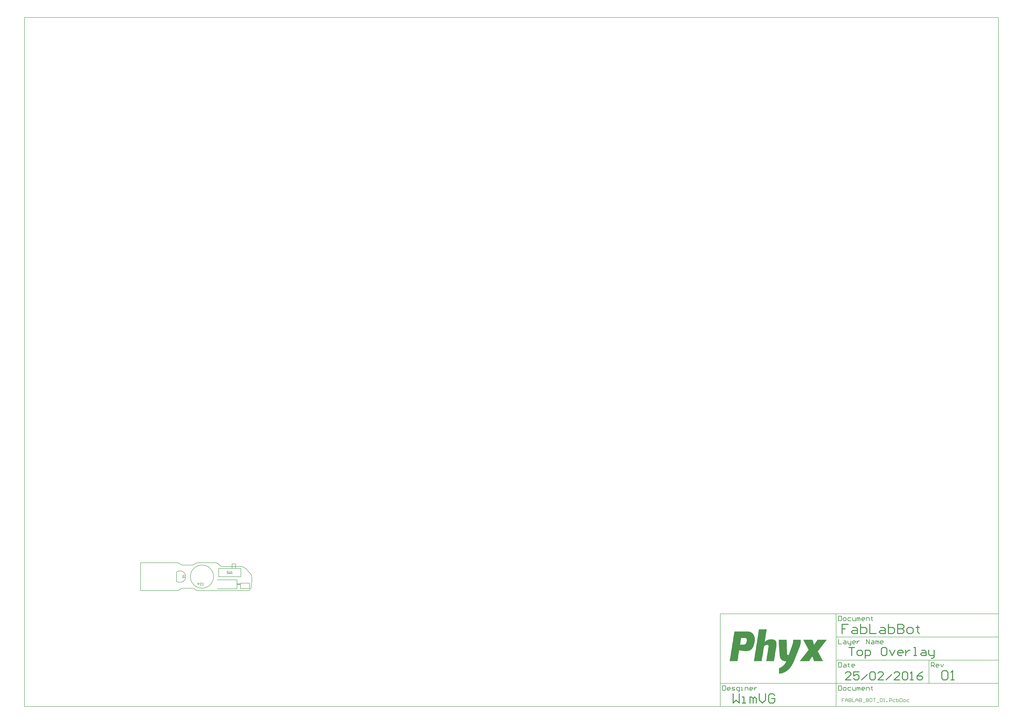
<source format=gto>
G04 Layer_Color=65535*
%FSLAX25Y25*%
%MOIN*%
G70*
G01*
G75*
%ADD12C,0.01575*%
%ADD13C,0.00787*%
%ADD14C,0.00984*%
%ADD24C,0.00591*%
G36*
X1121080Y-83717D02*
Y-84003D01*
Y-84290D01*
Y-84576D01*
Y-84862D01*
Y-85149D01*
Y-85435D01*
Y-85721D01*
Y-86007D01*
Y-86294D01*
Y-86580D01*
Y-86866D01*
Y-87153D01*
Y-87439D01*
Y-87725D01*
Y-88012D01*
Y-88298D01*
Y-88584D01*
Y-88871D01*
Y-89157D01*
Y-89443D01*
X1120793D01*
Y-89730D01*
Y-90016D01*
Y-90302D01*
Y-90588D01*
Y-90875D01*
X1120507D01*
Y-91161D01*
Y-91448D01*
Y-91734D01*
Y-92020D01*
X1120221D01*
Y-92306D01*
Y-92593D01*
Y-92879D01*
Y-93165D01*
X1119934D01*
Y-93452D01*
Y-93738D01*
Y-94024D01*
X1119648D01*
Y-94311D01*
Y-94597D01*
Y-94883D01*
X1119362D01*
Y-95170D01*
Y-95456D01*
Y-95742D01*
X1119075D01*
Y-96029D01*
Y-96315D01*
Y-96601D01*
X1118789D01*
Y-96887D01*
Y-97174D01*
X1118503D01*
Y-97460D01*
Y-97746D01*
X1118217D01*
Y-98033D01*
Y-98319D01*
Y-98605D01*
X1117930D01*
Y-98892D01*
Y-99178D01*
X1117644D01*
Y-99464D01*
Y-99751D01*
Y-100037D01*
X1117358D01*
Y-100323D01*
Y-100610D01*
X1117071D01*
Y-100896D01*
Y-101182D01*
Y-101468D01*
X1116785D01*
Y-101755D01*
Y-102041D01*
X1116499D01*
Y-102327D01*
Y-102614D01*
Y-102900D01*
X1116212D01*
Y-103186D01*
Y-103473D01*
X1115926D01*
Y-103759D01*
Y-104045D01*
Y-104332D01*
X1115640D01*
Y-104618D01*
Y-104904D01*
X1115353D01*
Y-105191D01*
Y-105477D01*
Y-105763D01*
X1115067D01*
Y-106049D01*
Y-106336D01*
X1114781D01*
Y-106622D01*
Y-106908D01*
Y-107195D01*
X1114494D01*
Y-107481D01*
Y-107767D01*
X1114208D01*
Y-108054D01*
Y-108340D01*
Y-108626D01*
X1113922D01*
Y-108913D01*
Y-109199D01*
X1113636D01*
Y-109485D01*
Y-109772D01*
Y-110058D01*
X1113349D01*
Y-110344D01*
Y-110630D01*
X1113063D01*
Y-110917D01*
Y-111203D01*
Y-111489D01*
X1112776D01*
Y-111776D01*
Y-112062D01*
X1112490D01*
Y-112348D01*
Y-112635D01*
Y-112921D01*
X1112204D01*
Y-113207D01*
Y-113494D01*
X1111918D01*
Y-113780D01*
Y-114066D01*
Y-114353D01*
X1111631D01*
Y-114639D01*
Y-114925D01*
X1111345D01*
Y-115211D01*
Y-115498D01*
Y-115784D01*
X1111059D01*
Y-116070D01*
Y-116357D01*
X1110772D01*
Y-116643D01*
Y-116929D01*
Y-117216D01*
X1110486D01*
Y-117502D01*
Y-117788D01*
X1110200D01*
Y-118075D01*
Y-118361D01*
Y-118647D01*
X1109913D01*
Y-118933D01*
Y-119220D01*
X1109627D01*
Y-119506D01*
Y-119792D01*
Y-120079D01*
X1109341D01*
Y-120365D01*
Y-120651D01*
X1109054D01*
Y-120938D01*
Y-121224D01*
X1108768D01*
Y-121510D01*
Y-121797D01*
X1108482D01*
Y-122083D01*
Y-122369D01*
Y-122656D01*
X1108195D01*
Y-122942D01*
X1107909D01*
Y-123228D01*
Y-123514D01*
Y-123801D01*
X1107623D01*
Y-124087D01*
X1107337D01*
Y-124373D01*
Y-124660D01*
X1107050D01*
Y-124946D01*
Y-125232D01*
X1106764D01*
Y-125519D01*
Y-125805D01*
X1106478D01*
Y-126091D01*
Y-126378D01*
X1106191D01*
Y-126664D01*
X1105905D01*
Y-126950D01*
Y-127237D01*
X1105619D01*
Y-127523D01*
Y-127809D01*
X1105332D01*
Y-128095D01*
X1105046D01*
Y-128382D01*
X1104760D01*
Y-128668D01*
Y-128954D01*
X1104473D01*
Y-129241D01*
X1104187D01*
Y-129527D01*
Y-129813D01*
X1103901D01*
Y-130100D01*
X1103615D01*
Y-130386D01*
X1103328D01*
Y-130672D01*
Y-130959D01*
X1103042D01*
Y-131245D01*
X1102756D01*
Y-131531D01*
X1102469D01*
Y-131818D01*
X1102183D01*
Y-132104D01*
X1101897D01*
Y-132390D01*
Y-132676D01*
X1101610D01*
Y-132963D01*
X1101324D01*
Y-133249D01*
X1101038D01*
Y-133535D01*
X1100751D01*
Y-133822D01*
X1100465D01*
Y-134108D01*
X1100179D01*
Y-134394D01*
X1099892D01*
Y-134681D01*
X1099320D01*
Y-134967D01*
X1099034D01*
Y-135253D01*
X1098747D01*
Y-135540D01*
X1098461D01*
Y-135826D01*
X1098175D01*
Y-136112D01*
X1097602D01*
Y-136399D01*
X1097316D01*
Y-136685D01*
X1096743D01*
Y-136971D01*
X1096457D01*
Y-137258D01*
X1095884D01*
Y-137544D01*
X1095598D01*
Y-137830D01*
X1095025D01*
Y-138117D01*
X1094452D01*
Y-138403D01*
X1093880D01*
Y-138689D01*
X1093307D01*
Y-138975D01*
X1092735D01*
Y-139262D01*
X1091876D01*
Y-139548D01*
X1091303D01*
Y-139834D01*
X1090444D01*
Y-140121D01*
X1089299D01*
Y-140407D01*
X1088154D01*
Y-140693D01*
X1086436D01*
Y-140980D01*
X1084432D01*
Y-141266D01*
X1084145D01*
Y-140980D01*
Y-140693D01*
Y-140407D01*
Y-140121D01*
Y-139834D01*
Y-139548D01*
Y-139262D01*
Y-138975D01*
Y-138689D01*
Y-138403D01*
Y-138117D01*
Y-137830D01*
Y-137544D01*
Y-137258D01*
Y-136971D01*
Y-136685D01*
Y-136399D01*
Y-136112D01*
Y-135826D01*
Y-135540D01*
Y-135253D01*
Y-134967D01*
Y-134681D01*
Y-134394D01*
Y-134108D01*
Y-133822D01*
Y-133535D01*
Y-133249D01*
Y-132963D01*
Y-132676D01*
Y-132390D01*
Y-132104D01*
Y-131818D01*
X1084718D01*
Y-131531D01*
X1085291D01*
Y-131245D01*
X1085863D01*
Y-130959D01*
X1086436D01*
Y-130672D01*
X1087008D01*
Y-130386D01*
X1087581D01*
Y-130100D01*
X1087867D01*
Y-129813D01*
X1088440D01*
Y-129527D01*
X1088726D01*
Y-129241D01*
X1089299D01*
Y-128954D01*
X1089585D01*
Y-128668D01*
X1089872D01*
Y-128382D01*
X1090444D01*
Y-128095D01*
X1090730D01*
Y-127809D01*
X1091017D01*
Y-127523D01*
X1091303D01*
Y-127237D01*
X1091589D01*
Y-126950D01*
X1091876D01*
Y-126664D01*
X1092162D01*
Y-126378D01*
X1092448D01*
Y-126091D01*
X1092735D01*
Y-125805D01*
X1093021D01*
Y-125519D01*
X1093307D01*
Y-125232D01*
X1093594D01*
Y-124946D01*
Y-124660D01*
X1093880D01*
Y-124373D01*
X1094166D01*
Y-124087D01*
X1094452D01*
Y-123801D01*
Y-123514D01*
X1094739D01*
Y-123228D01*
X1095025D01*
Y-122942D01*
Y-122656D01*
X1095311D01*
Y-122369D01*
Y-122083D01*
X1095598D01*
Y-121797D01*
X1095884D01*
Y-121510D01*
Y-121224D01*
X1096170D01*
Y-120938D01*
Y-120651D01*
X1096457D01*
Y-120365D01*
Y-120079D01*
X1094739D01*
Y-119792D01*
X1092735D01*
Y-119506D01*
X1091589D01*
Y-119220D01*
X1091017D01*
Y-118933D01*
X1090158D01*
Y-118647D01*
X1089585D01*
Y-118361D01*
X1089299D01*
Y-118075D01*
X1088726D01*
Y-117788D01*
X1088440D01*
Y-117502D01*
X1088154D01*
Y-117216D01*
X1087867D01*
Y-116929D01*
X1087581D01*
Y-116643D01*
X1087295D01*
Y-116357D01*
Y-116070D01*
X1087008D01*
Y-115784D01*
X1086722D01*
Y-115498D01*
Y-115211D01*
X1086436D01*
Y-114925D01*
Y-114639D01*
X1086149D01*
Y-114353D01*
Y-114066D01*
X1085863D01*
Y-113780D01*
Y-113494D01*
Y-113207D01*
X1085577D01*
Y-112921D01*
Y-112635D01*
Y-112348D01*
Y-112062D01*
X1085291D01*
Y-111776D01*
Y-111489D01*
Y-111203D01*
Y-110917D01*
Y-110630D01*
Y-110344D01*
Y-110058D01*
X1085004D01*
Y-109772D01*
Y-109485D01*
Y-109199D01*
Y-108913D01*
Y-108626D01*
Y-108340D01*
Y-108054D01*
Y-107767D01*
Y-107481D01*
Y-107195D01*
Y-106908D01*
Y-106622D01*
Y-106336D01*
Y-106049D01*
Y-105763D01*
X1084718D01*
Y-105477D01*
Y-105191D01*
Y-104904D01*
Y-104618D01*
Y-104332D01*
Y-104045D01*
Y-103759D01*
Y-103473D01*
Y-103186D01*
Y-102900D01*
Y-102614D01*
Y-102327D01*
Y-102041D01*
Y-101755D01*
Y-101468D01*
X1084432D01*
Y-101182D01*
Y-100896D01*
Y-100610D01*
Y-100323D01*
Y-100037D01*
Y-99751D01*
Y-99464D01*
Y-99178D01*
Y-98892D01*
Y-98605D01*
Y-98319D01*
Y-98033D01*
Y-97746D01*
Y-97460D01*
Y-97174D01*
Y-96887D01*
X1084145D01*
Y-96601D01*
Y-96315D01*
Y-96029D01*
Y-95742D01*
Y-95456D01*
Y-95170D01*
Y-94883D01*
Y-94597D01*
Y-94311D01*
Y-94024D01*
Y-93738D01*
Y-93452D01*
Y-93165D01*
Y-92879D01*
Y-92593D01*
Y-92306D01*
X1083859D01*
Y-92020D01*
Y-91734D01*
Y-91448D01*
Y-91161D01*
Y-90875D01*
Y-90588D01*
Y-90302D01*
Y-90016D01*
Y-89730D01*
Y-89443D01*
Y-89157D01*
Y-88871D01*
Y-88584D01*
Y-88298D01*
X1083573D01*
Y-88012D01*
Y-87725D01*
Y-87439D01*
Y-87153D01*
Y-86866D01*
Y-86580D01*
Y-86294D01*
Y-86007D01*
Y-85721D01*
Y-85435D01*
Y-85149D01*
Y-84862D01*
Y-84576D01*
Y-84290D01*
Y-84003D01*
Y-83717D01*
X1083286D01*
Y-83431D01*
X1097029D01*
Y-83717D01*
Y-84003D01*
Y-84290D01*
Y-84576D01*
Y-84862D01*
Y-85149D01*
Y-85435D01*
Y-85721D01*
Y-86007D01*
Y-86294D01*
Y-86580D01*
Y-86866D01*
Y-87153D01*
Y-87439D01*
X1097316D01*
Y-87725D01*
Y-88012D01*
Y-88298D01*
Y-88584D01*
Y-88871D01*
Y-89157D01*
Y-89443D01*
Y-89730D01*
Y-90016D01*
Y-90302D01*
Y-90588D01*
Y-90875D01*
Y-91161D01*
Y-91448D01*
Y-91734D01*
Y-92020D01*
Y-92306D01*
Y-92593D01*
Y-92879D01*
Y-93165D01*
Y-93452D01*
Y-93738D01*
Y-94024D01*
Y-94311D01*
Y-94597D01*
Y-94883D01*
Y-95170D01*
Y-95456D01*
Y-95742D01*
Y-96029D01*
Y-96315D01*
Y-96601D01*
Y-96887D01*
Y-97174D01*
Y-97460D01*
Y-97746D01*
Y-98033D01*
Y-98319D01*
Y-98605D01*
Y-98892D01*
Y-99178D01*
X1097602D01*
Y-99464D01*
X1097316D01*
Y-99751D01*
Y-100037D01*
X1097602D01*
Y-100323D01*
Y-100610D01*
Y-100896D01*
Y-101182D01*
Y-101468D01*
Y-101755D01*
Y-102041D01*
Y-102327D01*
Y-102614D01*
Y-102900D01*
Y-103186D01*
Y-103473D01*
Y-103759D01*
Y-104045D01*
Y-104332D01*
Y-104618D01*
Y-104904D01*
Y-105191D01*
Y-105477D01*
Y-105763D01*
Y-106049D01*
Y-106336D01*
Y-106622D01*
Y-106908D01*
Y-107195D01*
Y-107481D01*
X1097888D01*
Y-107767D01*
Y-108054D01*
Y-108340D01*
X1098175D01*
Y-108626D01*
X1098461D01*
Y-108913D01*
X1098747D01*
Y-109199D01*
X1099606D01*
Y-109485D01*
X1100465D01*
Y-109199D01*
X1100751D01*
Y-108913D01*
Y-108626D01*
Y-108340D01*
X1101038D01*
Y-108054D01*
Y-107767D01*
X1101324D01*
Y-107481D01*
Y-107195D01*
Y-106908D01*
X1101610D01*
Y-106622D01*
Y-106336D01*
Y-106049D01*
X1101897D01*
Y-105763D01*
Y-105477D01*
Y-105191D01*
X1102183D01*
Y-104904D01*
Y-104618D01*
Y-104332D01*
X1102469D01*
Y-104045D01*
Y-103759D01*
X1102756D01*
Y-103473D01*
Y-103186D01*
Y-102900D01*
X1103042D01*
Y-102614D01*
Y-102327D01*
Y-102041D01*
X1103328D01*
Y-101755D01*
Y-101468D01*
Y-101182D01*
X1103615D01*
Y-100896D01*
Y-100610D01*
X1103901D01*
Y-100323D01*
Y-100037D01*
Y-99751D01*
X1104187D01*
Y-99464D01*
Y-99178D01*
Y-98892D01*
X1104473D01*
Y-98605D01*
Y-98319D01*
Y-98033D01*
X1104760D01*
Y-97746D01*
Y-97460D01*
X1105046D01*
Y-97174D01*
Y-96887D01*
Y-96601D01*
X1105332D01*
Y-96315D01*
Y-96029D01*
Y-95742D01*
X1105619D01*
Y-95456D01*
Y-95170D01*
Y-94883D01*
X1105905D01*
Y-94597D01*
Y-94311D01*
X1106191D01*
Y-94024D01*
Y-93738D01*
Y-93452D01*
X1106478D01*
Y-93165D01*
Y-92879D01*
Y-92593D01*
X1106764D01*
Y-92306D01*
Y-92020D01*
Y-91734D01*
X1107050D01*
Y-91448D01*
Y-91161D01*
Y-90875D01*
Y-90588D01*
X1107337D01*
Y-90302D01*
Y-90016D01*
Y-89730D01*
Y-89443D01*
X1107623D01*
Y-89157D01*
Y-88871D01*
Y-88584D01*
Y-88298D01*
Y-88012D01*
X1107909D01*
Y-87725D01*
Y-87439D01*
Y-87153D01*
Y-86866D01*
Y-86580D01*
Y-86294D01*
X1108195D01*
Y-86007D01*
Y-85721D01*
Y-85435D01*
Y-85149D01*
Y-84862D01*
Y-84576D01*
Y-84290D01*
Y-84003D01*
Y-83717D01*
Y-83431D01*
X1121080D01*
Y-83717D01*
D02*
G37*
G36*
X1063244Y-66252D02*
Y-66538D01*
X1062958D01*
Y-66825D01*
Y-67111D01*
Y-67397D01*
Y-67684D01*
Y-67970D01*
Y-68256D01*
X1062672D01*
Y-68542D01*
Y-68829D01*
Y-69115D01*
Y-69401D01*
Y-69688D01*
Y-69974D01*
X1062385D01*
Y-70260D01*
Y-70547D01*
Y-70833D01*
Y-71119D01*
Y-71406D01*
Y-71692D01*
Y-71978D01*
X1062099D01*
Y-72264D01*
Y-72551D01*
Y-72837D01*
Y-73123D01*
Y-73410D01*
Y-73696D01*
X1061813D01*
Y-73982D01*
Y-74269D01*
Y-74555D01*
Y-74841D01*
Y-75128D01*
Y-75414D01*
X1061526D01*
Y-75700D01*
Y-75987D01*
Y-76273D01*
Y-76559D01*
Y-76846D01*
Y-77132D01*
Y-77418D01*
X1061240D01*
Y-77704D01*
Y-77991D01*
Y-78277D01*
Y-78563D01*
Y-78850D01*
Y-79136D01*
X1060954D01*
Y-79422D01*
Y-79709D01*
Y-79995D01*
Y-80281D01*
Y-80568D01*
Y-80854D01*
X1060668D01*
Y-81140D01*
Y-81427D01*
Y-81713D01*
Y-81999D01*
Y-82285D01*
Y-82572D01*
X1060381D01*
Y-82858D01*
Y-83144D01*
Y-83431D01*
Y-83717D01*
Y-84003D01*
Y-84290D01*
Y-84576D01*
X1060095D01*
Y-84862D01*
Y-85149D01*
Y-85435D01*
Y-85721D01*
Y-86007D01*
Y-86294D01*
X1059809D01*
Y-86580D01*
Y-86866D01*
X1060381D01*
Y-86580D01*
X1060668D01*
Y-86294D01*
X1060954D01*
Y-86007D01*
X1061526D01*
Y-85721D01*
X1061813D01*
Y-85435D01*
X1062099D01*
Y-85149D01*
X1062672D01*
Y-84862D01*
X1063244D01*
Y-84576D01*
X1063531D01*
Y-84290D01*
X1064103D01*
Y-84003D01*
X1064962D01*
Y-83717D01*
X1065535D01*
Y-83431D01*
X1066394D01*
Y-83144D01*
X1067825D01*
Y-82858D01*
X1074124D01*
Y-83144D01*
X1075270D01*
Y-83431D01*
X1076128D01*
Y-83717D01*
X1076701D01*
Y-84003D01*
X1076987D01*
Y-84290D01*
X1077560D01*
Y-84576D01*
X1077846D01*
Y-84862D01*
X1078133D01*
Y-85149D01*
X1078419D01*
Y-85435D01*
X1078705D01*
Y-85721D01*
Y-86007D01*
X1078992D01*
Y-86294D01*
Y-86580D01*
X1079278D01*
Y-86866D01*
Y-87153D01*
Y-87439D01*
X1079564D01*
Y-87725D01*
Y-88012D01*
Y-88298D01*
Y-88584D01*
X1079850D01*
Y-88871D01*
Y-89157D01*
Y-89443D01*
Y-89730D01*
Y-90016D01*
Y-90302D01*
Y-90588D01*
Y-90875D01*
Y-91161D01*
Y-91448D01*
Y-91734D01*
Y-92020D01*
Y-92306D01*
Y-92593D01*
Y-92879D01*
Y-93165D01*
Y-93452D01*
Y-93738D01*
X1079564D01*
Y-94024D01*
Y-94311D01*
Y-94597D01*
Y-94883D01*
Y-95170D01*
Y-95456D01*
Y-95742D01*
X1079278D01*
Y-96029D01*
Y-96315D01*
Y-96601D01*
Y-96887D01*
Y-97174D01*
Y-97460D01*
Y-97746D01*
X1078992D01*
Y-98033D01*
Y-98319D01*
Y-98605D01*
Y-98892D01*
Y-99178D01*
Y-99464D01*
X1078705D01*
Y-99751D01*
Y-100037D01*
Y-100323D01*
Y-100610D01*
Y-100896D01*
Y-101182D01*
X1078419D01*
Y-101468D01*
Y-101755D01*
Y-102041D01*
Y-102327D01*
Y-102614D01*
Y-102900D01*
X1078133D01*
Y-103186D01*
Y-103473D01*
Y-103759D01*
Y-104045D01*
Y-104332D01*
Y-104618D01*
Y-104904D01*
X1077846D01*
Y-105191D01*
Y-105477D01*
Y-105763D01*
Y-106049D01*
Y-106336D01*
Y-106622D01*
X1077560D01*
Y-106908D01*
Y-107195D01*
Y-107481D01*
Y-107767D01*
Y-108054D01*
Y-108340D01*
X1077274D01*
Y-108626D01*
Y-108913D01*
Y-109199D01*
Y-109485D01*
Y-109772D01*
Y-110058D01*
Y-110344D01*
X1076987D01*
Y-110630D01*
Y-110917D01*
Y-111203D01*
Y-111489D01*
Y-111776D01*
Y-112062D01*
X1076701D01*
Y-112348D01*
Y-112635D01*
Y-112921D01*
Y-113207D01*
Y-113494D01*
Y-113780D01*
X1076415D01*
Y-114066D01*
Y-114353D01*
Y-114639D01*
Y-114925D01*
Y-115211D01*
Y-115498D01*
X1076128D01*
Y-115784D01*
Y-116070D01*
Y-116357D01*
Y-116643D01*
Y-116929D01*
Y-117216D01*
Y-117502D01*
X1075842D01*
Y-117788D01*
Y-118075D01*
Y-118361D01*
Y-118647D01*
Y-118933D01*
Y-119220D01*
X1075556D01*
Y-119506D01*
Y-119792D01*
X1062385D01*
Y-119506D01*
Y-119220D01*
X1062672D01*
Y-118933D01*
Y-118647D01*
Y-118361D01*
Y-118075D01*
Y-117788D01*
Y-117502D01*
X1062958D01*
Y-117216D01*
Y-116929D01*
Y-116643D01*
Y-116357D01*
Y-116070D01*
Y-115784D01*
Y-115498D01*
X1063244D01*
Y-115211D01*
Y-114925D01*
Y-114639D01*
Y-114353D01*
Y-114066D01*
Y-113780D01*
X1063531D01*
Y-113494D01*
Y-113207D01*
Y-112921D01*
Y-112635D01*
Y-112348D01*
Y-112062D01*
X1063817D01*
Y-111776D01*
Y-111489D01*
Y-111203D01*
Y-110917D01*
Y-110630D01*
Y-110344D01*
Y-110058D01*
X1064103D01*
Y-109772D01*
Y-109485D01*
Y-109199D01*
Y-108913D01*
Y-108626D01*
Y-108340D01*
X1064390D01*
Y-108054D01*
Y-107767D01*
Y-107481D01*
Y-107195D01*
Y-106908D01*
Y-106622D01*
Y-106336D01*
X1064676D01*
Y-106049D01*
Y-105763D01*
Y-105477D01*
Y-105191D01*
Y-104904D01*
Y-104618D01*
X1064962D01*
Y-104332D01*
Y-104045D01*
Y-103759D01*
Y-103473D01*
Y-103186D01*
Y-102900D01*
X1065249D01*
Y-102614D01*
Y-102327D01*
Y-102041D01*
Y-101755D01*
Y-101468D01*
Y-101182D01*
X1065535D01*
Y-100896D01*
Y-100610D01*
Y-100323D01*
Y-100037D01*
Y-99751D01*
Y-99464D01*
Y-99178D01*
X1065821D01*
Y-98892D01*
Y-98605D01*
Y-98319D01*
Y-98033D01*
Y-97746D01*
Y-97460D01*
X1066107D01*
Y-97174D01*
Y-96887D01*
Y-96601D01*
Y-96315D01*
Y-96029D01*
Y-95742D01*
Y-95456D01*
X1066394D01*
Y-95170D01*
Y-94883D01*
Y-94597D01*
Y-94311D01*
Y-94024D01*
Y-93738D01*
X1066107D01*
Y-93452D01*
Y-93165D01*
X1065821D01*
Y-92879D01*
X1065535D01*
Y-92593D01*
X1064962D01*
Y-92306D01*
X1063244D01*
Y-92593D01*
X1061813D01*
Y-92879D01*
X1060954D01*
Y-93165D01*
X1060381D01*
Y-93452D01*
X1060095D01*
Y-93738D01*
X1059522D01*
Y-94024D01*
X1059236D01*
Y-94311D01*
X1058950D01*
Y-94597D01*
Y-94883D01*
X1058663D01*
Y-95170D01*
Y-95456D01*
Y-95742D01*
X1058377D01*
Y-96029D01*
Y-96315D01*
Y-96601D01*
Y-96887D01*
Y-97174D01*
Y-97460D01*
X1058091D01*
Y-97746D01*
Y-98033D01*
Y-98319D01*
Y-98605D01*
Y-98892D01*
Y-99178D01*
Y-99464D01*
X1057804D01*
Y-99751D01*
Y-100037D01*
Y-100323D01*
Y-100610D01*
Y-100896D01*
Y-101182D01*
X1057518D01*
Y-101468D01*
Y-101755D01*
Y-102041D01*
Y-102327D01*
Y-102614D01*
Y-102900D01*
X1057232D01*
Y-103186D01*
Y-103473D01*
Y-103759D01*
Y-104045D01*
Y-104332D01*
Y-104618D01*
X1056946D01*
Y-104904D01*
Y-105191D01*
Y-105477D01*
Y-105763D01*
Y-106049D01*
Y-106336D01*
Y-106622D01*
X1056659D01*
Y-106908D01*
Y-107195D01*
Y-107481D01*
Y-107767D01*
Y-108054D01*
Y-108340D01*
X1056373D01*
Y-108626D01*
Y-108913D01*
Y-109199D01*
Y-109485D01*
Y-109772D01*
Y-110058D01*
X1056087D01*
Y-110344D01*
Y-110630D01*
Y-110917D01*
Y-111203D01*
Y-111489D01*
Y-111776D01*
Y-112062D01*
X1055800D01*
Y-112348D01*
Y-112635D01*
Y-112921D01*
Y-113207D01*
Y-113494D01*
Y-113780D01*
X1055514D01*
Y-114066D01*
Y-114353D01*
Y-114639D01*
Y-114925D01*
Y-115211D01*
Y-115498D01*
X1055228D01*
Y-115784D01*
Y-116070D01*
Y-116357D01*
Y-116643D01*
Y-116929D01*
Y-117216D01*
X1054941D01*
Y-117502D01*
Y-117788D01*
Y-118075D01*
Y-118361D01*
Y-118647D01*
Y-118933D01*
Y-119220D01*
X1054655D01*
Y-119506D01*
Y-119792D01*
X1041485D01*
Y-119506D01*
Y-119220D01*
X1041771D01*
Y-118933D01*
Y-118647D01*
Y-118361D01*
Y-118075D01*
Y-117788D01*
Y-117502D01*
Y-117216D01*
X1042057D01*
Y-116929D01*
Y-116643D01*
Y-116357D01*
Y-116070D01*
Y-115784D01*
Y-115498D01*
X1042344D01*
Y-115211D01*
Y-114925D01*
Y-114639D01*
Y-114353D01*
Y-114066D01*
Y-113780D01*
X1042630D01*
Y-113494D01*
Y-113207D01*
Y-112921D01*
Y-112635D01*
Y-112348D01*
Y-112062D01*
Y-111776D01*
X1042916D01*
Y-111489D01*
Y-111203D01*
Y-110917D01*
Y-110630D01*
Y-110344D01*
Y-110058D01*
X1043202D01*
Y-109772D01*
Y-109485D01*
Y-109199D01*
Y-108913D01*
Y-108626D01*
Y-108340D01*
X1043489D01*
Y-108054D01*
Y-107767D01*
Y-107481D01*
Y-107195D01*
Y-106908D01*
Y-106622D01*
X1043775D01*
Y-106336D01*
Y-106049D01*
Y-105763D01*
Y-105477D01*
Y-105191D01*
Y-104904D01*
Y-104618D01*
X1044061D01*
Y-104332D01*
Y-104045D01*
Y-103759D01*
Y-103473D01*
Y-103186D01*
Y-102900D01*
X1044348D01*
Y-102614D01*
Y-102327D01*
Y-102041D01*
Y-101755D01*
Y-101468D01*
Y-101182D01*
X1044634D01*
Y-100896D01*
Y-100610D01*
Y-100323D01*
Y-100037D01*
Y-99751D01*
Y-99464D01*
Y-99178D01*
X1044920D01*
Y-98892D01*
Y-98605D01*
Y-98319D01*
Y-98033D01*
Y-97746D01*
Y-97460D01*
X1045207D01*
Y-97174D01*
Y-96887D01*
Y-96601D01*
Y-96315D01*
Y-96029D01*
Y-95742D01*
X1045493D01*
Y-95456D01*
Y-95170D01*
Y-94883D01*
Y-94597D01*
Y-94311D01*
Y-94024D01*
X1045779D01*
Y-93738D01*
Y-93452D01*
Y-93165D01*
Y-92879D01*
Y-92593D01*
Y-92306D01*
Y-92020D01*
X1046066D01*
Y-91734D01*
Y-91448D01*
Y-91161D01*
Y-90875D01*
Y-90588D01*
Y-90302D01*
X1046352D01*
Y-90016D01*
Y-89730D01*
Y-89443D01*
Y-89157D01*
Y-88871D01*
Y-88584D01*
X1046638D01*
Y-88298D01*
Y-88012D01*
Y-87725D01*
Y-87439D01*
Y-87153D01*
Y-86866D01*
X1046925D01*
Y-86580D01*
Y-86294D01*
Y-86007D01*
Y-85721D01*
Y-85435D01*
Y-85149D01*
Y-84862D01*
X1047211D01*
Y-84576D01*
Y-84290D01*
Y-84003D01*
Y-83717D01*
Y-83431D01*
Y-83144D01*
X1047497D01*
Y-82858D01*
Y-82572D01*
Y-82285D01*
Y-81999D01*
Y-81713D01*
Y-81427D01*
X1047783D01*
Y-81140D01*
Y-80854D01*
Y-80568D01*
Y-80281D01*
Y-79995D01*
Y-79709D01*
Y-79422D01*
X1048070D01*
Y-79136D01*
Y-78850D01*
Y-78563D01*
Y-78277D01*
Y-77991D01*
Y-77704D01*
X1048356D01*
Y-77418D01*
Y-77132D01*
Y-76846D01*
Y-76559D01*
Y-76273D01*
Y-75987D01*
X1048642D01*
Y-75700D01*
Y-75414D01*
Y-75128D01*
Y-74841D01*
Y-74555D01*
Y-74269D01*
X1048929D01*
Y-73982D01*
Y-73696D01*
Y-73410D01*
Y-73123D01*
Y-72837D01*
Y-72551D01*
Y-72264D01*
X1049215D01*
Y-71978D01*
Y-71692D01*
Y-71406D01*
Y-71119D01*
Y-70833D01*
Y-70547D01*
X1049501D01*
Y-70260D01*
Y-69974D01*
Y-69688D01*
Y-69401D01*
Y-69115D01*
Y-68829D01*
X1049788D01*
Y-68542D01*
Y-68256D01*
Y-67970D01*
Y-67684D01*
Y-67397D01*
Y-67111D01*
Y-66825D01*
X1050074D01*
Y-66538D01*
Y-66252D01*
Y-65966D01*
X1063244D01*
Y-66252D01*
D02*
G37*
G36*
X1032036Y-69688D02*
X1033754D01*
Y-69974D01*
X1034613D01*
Y-70260D01*
X1035472D01*
Y-70547D01*
X1036331D01*
Y-70833D01*
X1036904D01*
Y-71119D01*
X1037190D01*
Y-71406D01*
X1037763D01*
Y-71692D01*
X1038049D01*
Y-71978D01*
X1038622D01*
Y-72264D01*
X1038908D01*
Y-72551D01*
X1039194D01*
Y-72837D01*
X1039480D01*
Y-73123D01*
X1039767D01*
Y-73410D01*
X1040053D01*
Y-73696D01*
X1040339D01*
Y-73982D01*
Y-74269D01*
X1040626D01*
Y-74555D01*
X1040912D01*
Y-74841D01*
Y-75128D01*
X1041198D01*
Y-75414D01*
X1041485D01*
Y-75700D01*
Y-75987D01*
X1041771D01*
Y-76273D01*
Y-76559D01*
Y-76846D01*
X1042057D01*
Y-77132D01*
Y-77418D01*
Y-77704D01*
X1042344D01*
Y-77991D01*
Y-78277D01*
Y-78563D01*
Y-78850D01*
X1042630D01*
Y-79136D01*
Y-79422D01*
Y-79709D01*
Y-79995D01*
Y-80281D01*
X1042916D01*
Y-80568D01*
Y-80854D01*
Y-81140D01*
Y-81427D01*
Y-81713D01*
Y-81999D01*
Y-82285D01*
Y-82572D01*
Y-82858D01*
Y-83144D01*
Y-83431D01*
Y-83717D01*
Y-84003D01*
Y-84290D01*
Y-84576D01*
Y-84862D01*
Y-85149D01*
Y-85435D01*
Y-85721D01*
Y-86007D01*
X1042630D01*
Y-86294D01*
Y-86580D01*
Y-86866D01*
Y-87153D01*
Y-87439D01*
Y-87725D01*
Y-88012D01*
X1042344D01*
Y-88298D01*
Y-88584D01*
Y-88871D01*
Y-89157D01*
Y-89443D01*
X1042057D01*
Y-89730D01*
Y-90016D01*
Y-90302D01*
Y-90588D01*
Y-90875D01*
X1041771D01*
Y-91161D01*
Y-91448D01*
Y-91734D01*
X1041485D01*
Y-92020D01*
Y-92306D01*
Y-92593D01*
Y-92879D01*
X1041198D01*
Y-93165D01*
Y-93452D01*
Y-93738D01*
X1040912D01*
Y-94024D01*
Y-94311D01*
X1040626D01*
Y-94597D01*
Y-94883D01*
Y-95170D01*
X1040339D01*
Y-95456D01*
Y-95742D01*
X1040053D01*
Y-96029D01*
Y-96315D01*
X1039767D01*
Y-96601D01*
Y-96887D01*
X1039480D01*
Y-97174D01*
X1039194D01*
Y-97460D01*
Y-97746D01*
X1038908D01*
Y-98033D01*
X1038622D01*
Y-98319D01*
X1038335D01*
Y-98605D01*
Y-98892D01*
X1038049D01*
Y-99178D01*
X1037763D01*
Y-99464D01*
X1037476D01*
Y-99751D01*
X1037190D01*
Y-100037D01*
X1036904D01*
Y-100323D01*
X1036331D01*
Y-100610D01*
X1036045D01*
Y-100896D01*
X1035472D01*
Y-101182D01*
X1035186D01*
Y-101468D01*
X1034613D01*
Y-101755D01*
X1033754D01*
Y-102041D01*
X1032895D01*
Y-102327D01*
X1032036D01*
Y-102614D01*
X1030318D01*
Y-102900D01*
X1025165D01*
Y-102614D01*
X1022588D01*
Y-102327D01*
X1020584D01*
Y-102041D01*
X1019152D01*
Y-101755D01*
X1017721D01*
Y-101468D01*
X1016289D01*
Y-101755D01*
Y-102041D01*
Y-102327D01*
Y-102614D01*
Y-102900D01*
Y-103186D01*
Y-103473D01*
X1016003D01*
Y-103759D01*
Y-104045D01*
Y-104332D01*
Y-104618D01*
Y-104904D01*
Y-105191D01*
X1015716D01*
Y-105477D01*
Y-105763D01*
Y-106049D01*
Y-106336D01*
Y-106622D01*
Y-106908D01*
X1015430D01*
Y-107195D01*
Y-107481D01*
Y-107767D01*
Y-108054D01*
Y-108340D01*
Y-108626D01*
Y-108913D01*
X1015144D01*
Y-109199D01*
Y-109485D01*
Y-109772D01*
Y-110058D01*
Y-110344D01*
Y-110630D01*
X1014857D01*
Y-110917D01*
Y-111203D01*
Y-111489D01*
Y-111776D01*
Y-112062D01*
Y-112348D01*
X1014571D01*
Y-112635D01*
Y-112921D01*
Y-113207D01*
Y-113494D01*
Y-113780D01*
Y-114066D01*
Y-114353D01*
X1014285D01*
Y-114639D01*
Y-114925D01*
Y-115211D01*
Y-115498D01*
Y-115784D01*
Y-116070D01*
X1013999D01*
Y-116357D01*
Y-116643D01*
Y-116929D01*
Y-117216D01*
Y-117502D01*
Y-117788D01*
X1013712D01*
Y-118075D01*
Y-118361D01*
Y-118647D01*
Y-118933D01*
Y-119220D01*
Y-119506D01*
Y-119792D01*
X1000256D01*
Y-119506D01*
X1000542D01*
Y-119220D01*
Y-118933D01*
Y-118647D01*
Y-118361D01*
Y-118075D01*
X1000828D01*
Y-117788D01*
Y-117502D01*
Y-117216D01*
Y-116929D01*
Y-116643D01*
Y-116357D01*
Y-116070D01*
X1001114D01*
Y-115784D01*
Y-115498D01*
Y-115211D01*
Y-114925D01*
Y-114639D01*
Y-114353D01*
X1001401D01*
Y-114066D01*
Y-113780D01*
Y-113494D01*
Y-113207D01*
Y-112921D01*
Y-112635D01*
X1001687D01*
Y-112348D01*
Y-112062D01*
Y-111776D01*
Y-111489D01*
Y-111203D01*
Y-110917D01*
Y-110630D01*
X1001974D01*
Y-110344D01*
Y-110058D01*
Y-109772D01*
Y-109485D01*
Y-109199D01*
Y-108913D01*
X1002260D01*
Y-108626D01*
Y-108340D01*
Y-108054D01*
Y-107767D01*
Y-107481D01*
Y-107195D01*
X1002546D01*
Y-106908D01*
Y-106622D01*
Y-106336D01*
Y-106049D01*
Y-105763D01*
Y-105477D01*
X1002832D01*
Y-105191D01*
Y-104904D01*
Y-104618D01*
Y-104332D01*
Y-104045D01*
Y-103759D01*
Y-103473D01*
X1003119D01*
Y-103186D01*
Y-102900D01*
Y-102614D01*
Y-102327D01*
Y-102041D01*
Y-101755D01*
X1003405D01*
Y-101468D01*
Y-101182D01*
Y-100896D01*
Y-100610D01*
Y-100323D01*
Y-100037D01*
X1003691D01*
Y-99751D01*
Y-99464D01*
Y-99178D01*
Y-98892D01*
Y-98605D01*
Y-98319D01*
X1003978D01*
Y-98033D01*
Y-97746D01*
Y-97460D01*
Y-97174D01*
Y-96887D01*
Y-96601D01*
Y-96315D01*
X1004264D01*
Y-96029D01*
Y-95742D01*
Y-95456D01*
Y-95170D01*
Y-94883D01*
Y-94597D01*
X1004550D01*
Y-94311D01*
Y-94024D01*
Y-93738D01*
Y-93452D01*
Y-93165D01*
Y-92879D01*
X1004837D01*
Y-92593D01*
Y-92306D01*
Y-92020D01*
Y-91734D01*
Y-91448D01*
Y-91161D01*
Y-90875D01*
X1005123D01*
Y-90588D01*
Y-90302D01*
Y-90016D01*
Y-89730D01*
Y-89443D01*
Y-89157D01*
X1005409D01*
Y-88871D01*
Y-88584D01*
Y-88298D01*
Y-88012D01*
Y-87725D01*
Y-87439D01*
X1005696D01*
Y-87153D01*
Y-86866D01*
Y-86580D01*
Y-86294D01*
Y-86007D01*
Y-85721D01*
X1005982D01*
Y-85435D01*
Y-85149D01*
Y-84862D01*
Y-84576D01*
Y-84290D01*
Y-84003D01*
Y-83717D01*
X1006268D01*
Y-83431D01*
Y-83144D01*
Y-82858D01*
Y-82572D01*
Y-82285D01*
Y-81999D01*
X1006555D01*
Y-81713D01*
Y-81427D01*
Y-81140D01*
Y-80854D01*
Y-80568D01*
Y-80281D01*
X1006841D01*
Y-79995D01*
Y-79709D01*
Y-79422D01*
Y-79136D01*
Y-78850D01*
Y-78563D01*
Y-78277D01*
X1007127D01*
Y-77991D01*
Y-77704D01*
Y-77418D01*
Y-77132D01*
Y-76846D01*
Y-76559D01*
X1007413D01*
Y-76273D01*
Y-75987D01*
Y-75700D01*
Y-75414D01*
Y-75128D01*
Y-74841D01*
X1007700D01*
Y-74555D01*
Y-74269D01*
Y-73982D01*
Y-73696D01*
Y-73410D01*
Y-73123D01*
Y-72837D01*
X1007986D01*
Y-72551D01*
Y-72264D01*
Y-71978D01*
Y-71692D01*
Y-71406D01*
Y-71119D01*
X1008272D01*
Y-70833D01*
Y-70547D01*
Y-70260D01*
Y-69974D01*
Y-69688D01*
Y-69401D01*
X1032036D01*
Y-69688D01*
D02*
G37*
G36*
X1165172Y-83717D02*
X1164886D01*
Y-84003D01*
X1164599D01*
Y-84290D01*
Y-84576D01*
X1164313D01*
Y-84862D01*
X1164027D01*
Y-85149D01*
X1163740D01*
Y-85435D01*
Y-85721D01*
X1163454D01*
Y-86007D01*
X1163168D01*
Y-86294D01*
X1162881D01*
Y-86580D01*
X1162595D01*
Y-86866D01*
Y-87153D01*
X1162309D01*
Y-87439D01*
X1162022D01*
Y-87725D01*
X1161736D01*
Y-88012D01*
Y-88298D01*
X1161450D01*
Y-88584D01*
X1161163D01*
Y-88871D01*
X1160877D01*
Y-89157D01*
X1160591D01*
Y-89443D01*
Y-89730D01*
X1160305D01*
Y-90016D01*
X1160018D01*
Y-90302D01*
X1159732D01*
Y-90588D01*
Y-90875D01*
X1159445D01*
Y-91161D01*
X1159159D01*
Y-91448D01*
X1158873D01*
Y-91734D01*
Y-92020D01*
X1158587D01*
Y-92306D01*
X1158300D01*
Y-92593D01*
X1158014D01*
Y-92879D01*
X1157728D01*
Y-93165D01*
Y-93452D01*
X1157441D01*
Y-93738D01*
X1157155D01*
Y-94024D01*
X1156869D01*
Y-94311D01*
Y-94597D01*
X1156582D01*
Y-94883D01*
X1156296D01*
Y-95170D01*
X1156010D01*
Y-95456D01*
Y-95742D01*
X1155723D01*
Y-96029D01*
X1155437D01*
Y-96315D01*
X1155151D01*
Y-96601D01*
X1154865D01*
Y-96887D01*
Y-97174D01*
X1154578D01*
Y-97460D01*
X1154292D01*
Y-97746D01*
X1154006D01*
Y-98033D01*
Y-98319D01*
X1153719D01*
Y-98605D01*
X1153433D01*
Y-98892D01*
X1153147D01*
Y-99178D01*
Y-99464D01*
X1152860D01*
Y-99751D01*
X1152574D01*
Y-100037D01*
X1152288D01*
Y-100323D01*
X1152001D01*
Y-100610D01*
Y-100896D01*
X1151715D01*
Y-101182D01*
X1151429D01*
Y-101468D01*
X1151142D01*
Y-101755D01*
Y-102041D01*
X1150856D01*
Y-102327D01*
X1150570D01*
Y-102614D01*
X1150284D01*
Y-102900D01*
X1149997D01*
Y-103186D01*
Y-103473D01*
X1150284D01*
Y-103759D01*
Y-104045D01*
X1150570D01*
Y-104332D01*
Y-104618D01*
X1150856D01*
Y-104904D01*
X1151142D01*
Y-105191D01*
Y-105477D01*
X1151429D01*
Y-105763D01*
Y-106049D01*
X1151715D01*
Y-106336D01*
Y-106622D01*
X1152001D01*
Y-106908D01*
Y-107195D01*
X1152288D01*
Y-107481D01*
Y-107767D01*
X1152574D01*
Y-108054D01*
Y-108340D01*
X1152860D01*
Y-108626D01*
Y-108913D01*
X1153147D01*
Y-109199D01*
Y-109485D01*
X1153433D01*
Y-109772D01*
X1153719D01*
Y-110058D01*
Y-110344D01*
X1154006D01*
Y-110630D01*
Y-110917D01*
X1154292D01*
Y-111203D01*
Y-111489D01*
X1154578D01*
Y-111776D01*
Y-112062D01*
X1154865D01*
Y-112348D01*
Y-112635D01*
X1155151D01*
Y-112921D01*
Y-113207D01*
X1155437D01*
Y-113494D01*
Y-113780D01*
X1155723D01*
Y-114066D01*
X1156010D01*
Y-114353D01*
Y-114639D01*
X1156296D01*
Y-114925D01*
Y-115211D01*
X1156582D01*
Y-115498D01*
Y-115784D01*
X1156869D01*
Y-116070D01*
Y-116357D01*
X1157155D01*
Y-116643D01*
Y-116929D01*
X1157441D01*
Y-117216D01*
Y-117502D01*
X1157728D01*
Y-117788D01*
Y-118075D01*
X1158014D01*
Y-118361D01*
X1158300D01*
Y-118647D01*
Y-118933D01*
X1158587D01*
Y-119220D01*
Y-119506D01*
X1158873D01*
Y-119792D01*
X1143698D01*
Y-119506D01*
X1143412D01*
Y-119220D01*
Y-118933D01*
Y-118647D01*
X1143126D01*
Y-118361D01*
Y-118075D01*
Y-117788D01*
X1142839D01*
Y-117502D01*
Y-117216D01*
X1142553D01*
Y-116929D01*
Y-116643D01*
Y-116357D01*
X1142267D01*
Y-116070D01*
Y-115784D01*
Y-115498D01*
X1141980D01*
Y-115211D01*
Y-114925D01*
X1141694D01*
Y-114639D01*
Y-114353D01*
Y-114066D01*
X1141408D01*
Y-113780D01*
Y-113494D01*
Y-113207D01*
X1141121D01*
Y-112921D01*
Y-112635D01*
Y-112348D01*
X1140835D01*
Y-112062D01*
X1140263D01*
Y-112348D01*
Y-112635D01*
X1139976D01*
Y-112921D01*
X1139690D01*
Y-113207D01*
Y-113494D01*
X1139404D01*
Y-113780D01*
X1139117D01*
Y-114066D01*
Y-114353D01*
X1138831D01*
Y-114639D01*
X1138545D01*
Y-114925D01*
Y-115211D01*
X1138258D01*
Y-115498D01*
X1137972D01*
Y-115784D01*
X1137686D01*
Y-116070D01*
Y-116357D01*
X1137399D01*
Y-116643D01*
X1137113D01*
Y-116929D01*
Y-117216D01*
X1136827D01*
Y-117502D01*
X1136541D01*
Y-117788D01*
Y-118075D01*
X1136254D01*
Y-118361D01*
X1135968D01*
Y-118647D01*
Y-118933D01*
X1135682D01*
Y-119220D01*
X1135395D01*
Y-119506D01*
Y-119792D01*
X1119362D01*
Y-119506D01*
X1119648D01*
Y-119220D01*
X1119934D01*
Y-118933D01*
X1120221D01*
Y-118647D01*
X1120507D01*
Y-118361D01*
Y-118075D01*
X1120793D01*
Y-117788D01*
X1121080D01*
Y-117502D01*
X1121366D01*
Y-117216D01*
X1121652D01*
Y-116929D01*
Y-116643D01*
X1121939D01*
Y-116357D01*
X1122225D01*
Y-116070D01*
X1122511D01*
Y-115784D01*
Y-115498D01*
X1122797D01*
Y-115211D01*
X1123084D01*
Y-114925D01*
X1123370D01*
Y-114639D01*
X1123656D01*
Y-114353D01*
Y-114066D01*
X1123943D01*
Y-113780D01*
X1124229D01*
Y-113494D01*
X1124515D01*
Y-113207D01*
X1124802D01*
Y-112921D01*
Y-112635D01*
X1125088D01*
Y-112348D01*
X1125374D01*
Y-112062D01*
X1125661D01*
Y-111776D01*
Y-111489D01*
X1125947D01*
Y-111203D01*
X1126233D01*
Y-110917D01*
X1126519D01*
Y-110630D01*
X1126806D01*
Y-110344D01*
Y-110058D01*
X1127092D01*
Y-109772D01*
X1127378D01*
Y-109485D01*
X1127665D01*
Y-109199D01*
Y-108913D01*
X1127951D01*
Y-108626D01*
X1128237D01*
Y-108340D01*
X1128524D01*
Y-108054D01*
X1128810D01*
Y-107767D01*
Y-107481D01*
X1129096D01*
Y-107195D01*
X1129383D01*
Y-106908D01*
X1129669D01*
Y-106622D01*
Y-106336D01*
X1129955D01*
Y-106049D01*
X1130242D01*
Y-105763D01*
X1130528D01*
Y-105477D01*
X1130814D01*
Y-105191D01*
Y-104904D01*
X1131100D01*
Y-104618D01*
X1131387D01*
Y-104332D01*
X1131673D01*
Y-104045D01*
X1131960D01*
Y-103759D01*
Y-103473D01*
X1132246D01*
Y-103186D01*
X1132532D01*
Y-102900D01*
X1132818D01*
Y-102614D01*
Y-102327D01*
X1133105D01*
Y-102041D01*
X1133391D01*
Y-101755D01*
X1133677D01*
Y-101468D01*
X1133964D01*
Y-101182D01*
Y-100896D01*
X1134250D01*
Y-100610D01*
Y-100323D01*
Y-100037D01*
X1133964D01*
Y-99751D01*
X1133677D01*
Y-99464D01*
Y-99178D01*
X1133391D01*
Y-98892D01*
Y-98605D01*
X1133105D01*
Y-98319D01*
Y-98033D01*
X1132818D01*
Y-97746D01*
Y-97460D01*
X1132532D01*
Y-97174D01*
Y-96887D01*
X1132246D01*
Y-96601D01*
Y-96315D01*
X1131960D01*
Y-96029D01*
X1131673D01*
Y-95742D01*
Y-95456D01*
X1131387D01*
Y-95170D01*
Y-94883D01*
X1131100D01*
Y-94597D01*
Y-94311D01*
X1130814D01*
Y-94024D01*
Y-93738D01*
X1130528D01*
Y-93452D01*
Y-93165D01*
X1130242D01*
Y-92879D01*
Y-92593D01*
X1129955D01*
Y-92306D01*
X1129669D01*
Y-92020D01*
Y-91734D01*
X1129383D01*
Y-91448D01*
Y-91161D01*
X1129096D01*
Y-90875D01*
Y-90588D01*
X1128810D01*
Y-90302D01*
Y-90016D01*
X1128524D01*
Y-89730D01*
Y-89443D01*
X1128237D01*
Y-89157D01*
Y-88871D01*
X1127951D01*
Y-88584D01*
Y-88298D01*
X1127665D01*
Y-88012D01*
X1127378D01*
Y-87725D01*
Y-87439D01*
X1127092D01*
Y-87153D01*
Y-86866D01*
X1126806D01*
Y-86580D01*
Y-86294D01*
X1126519D01*
Y-86007D01*
Y-85721D01*
X1126233D01*
Y-85435D01*
Y-85149D01*
X1125947D01*
Y-84862D01*
Y-84576D01*
X1125661D01*
Y-84290D01*
X1125374D01*
Y-84003D01*
Y-83717D01*
X1125088D01*
Y-83431D01*
X1140835D01*
Y-83717D01*
X1141121D01*
Y-84003D01*
Y-84290D01*
Y-84576D01*
X1141408D01*
Y-84862D01*
Y-85149D01*
Y-85435D01*
X1141694D01*
Y-85721D01*
Y-86007D01*
Y-86294D01*
X1141980D01*
Y-86580D01*
Y-86866D01*
Y-87153D01*
X1142267D01*
Y-87439D01*
Y-87725D01*
Y-88012D01*
X1142553D01*
Y-88298D01*
Y-88584D01*
Y-88871D01*
X1142839D01*
Y-89157D01*
Y-89443D01*
Y-89730D01*
X1143126D01*
Y-90016D01*
Y-90302D01*
Y-90588D01*
X1143412D01*
Y-90875D01*
Y-91161D01*
Y-91448D01*
Y-91734D01*
X1143985D01*
Y-91448D01*
X1144271D01*
Y-91161D01*
X1144557D01*
Y-90875D01*
Y-90588D01*
X1144844D01*
Y-90302D01*
X1145130D01*
Y-90016D01*
Y-89730D01*
X1145416D01*
Y-89443D01*
X1145702D01*
Y-89157D01*
Y-88871D01*
X1145989D01*
Y-88584D01*
X1146275D01*
Y-88298D01*
Y-88012D01*
X1146561D01*
Y-87725D01*
X1146848D01*
Y-87439D01*
Y-87153D01*
X1147134D01*
Y-86866D01*
X1147420D01*
Y-86580D01*
Y-86294D01*
X1147707D01*
Y-86007D01*
X1147993D01*
Y-85721D01*
Y-85435D01*
X1148279D01*
Y-85149D01*
X1148566D01*
Y-84862D01*
Y-84576D01*
X1148852D01*
Y-84290D01*
X1149138D01*
Y-84003D01*
Y-83717D01*
X1149425D01*
Y-83431D01*
X1165172D01*
Y-83717D01*
D02*
G37*
%LPC*%
G36*
X1027742Y-80568D02*
X1019725D01*
Y-80854D01*
Y-81140D01*
Y-81427D01*
Y-81713D01*
Y-81999D01*
X1019438D01*
Y-82285D01*
Y-82572D01*
Y-82858D01*
Y-83144D01*
Y-83431D01*
Y-83717D01*
X1019152D01*
Y-84003D01*
Y-84290D01*
Y-84576D01*
Y-84862D01*
Y-85149D01*
Y-85435D01*
X1018866D01*
Y-85721D01*
Y-86007D01*
Y-86294D01*
Y-86580D01*
Y-86866D01*
Y-87153D01*
X1018580D01*
Y-87439D01*
Y-87725D01*
Y-88012D01*
Y-88298D01*
Y-88584D01*
Y-88871D01*
Y-89157D01*
X1018293D01*
Y-89443D01*
Y-89730D01*
Y-90016D01*
Y-90302D01*
Y-90588D01*
Y-90875D01*
X1018007D01*
Y-91161D01*
Y-91448D01*
Y-91734D01*
X1025165D01*
Y-91448D01*
X1026310D01*
Y-91161D01*
X1026883D01*
Y-90875D01*
X1027169D01*
Y-90588D01*
X1027455D01*
Y-90302D01*
X1027742D01*
Y-90016D01*
X1028028D01*
Y-89730D01*
Y-89443D01*
X1028314D01*
Y-89157D01*
Y-88871D01*
X1028601D01*
Y-88584D01*
Y-88298D01*
X1028887D01*
Y-88012D01*
Y-87725D01*
Y-87439D01*
Y-87153D01*
X1029173D01*
Y-86866D01*
Y-86580D01*
Y-86294D01*
Y-86007D01*
Y-85721D01*
X1029459D01*
Y-85435D01*
Y-85149D01*
Y-84862D01*
Y-84576D01*
Y-84290D01*
Y-84003D01*
Y-83717D01*
Y-83431D01*
Y-83144D01*
Y-82858D01*
Y-82572D01*
X1029173D01*
Y-82285D01*
Y-81999D01*
X1028887D01*
Y-81713D01*
Y-81427D01*
X1028601D01*
Y-81140D01*
X1028314D01*
Y-80854D01*
X1027742D01*
Y-80568D01*
D02*
G37*
%LPD*%
D12*
X1202756Y-96461D02*
X1211939D01*
X1207348D01*
Y-110236D01*
X1218827D02*
X1223419D01*
X1225714Y-107940D01*
Y-103349D01*
X1223419Y-101053D01*
X1218827D01*
X1216531Y-103349D01*
Y-107940D01*
X1218827Y-110236D01*
X1230306Y-114828D02*
Y-101053D01*
X1237194D01*
X1239489Y-103349D01*
Y-107940D01*
X1237194Y-110236D01*
X1230306D01*
X1264744Y-96461D02*
X1260152D01*
X1257856Y-98757D01*
Y-107940D01*
X1260152Y-110236D01*
X1264744D01*
X1267040Y-107940D01*
Y-98757D01*
X1264744Y-96461D01*
X1271631Y-101053D02*
X1276223Y-110236D01*
X1280815Y-101053D01*
X1292294Y-110236D02*
X1287702D01*
X1285406Y-107940D01*
Y-103349D01*
X1287702Y-101053D01*
X1292294D01*
X1294590Y-103349D01*
Y-105645D01*
X1285406D01*
X1299181Y-101053D02*
Y-110236D01*
Y-105645D01*
X1301477Y-103349D01*
X1303773Y-101053D01*
X1306069D01*
X1312957Y-110236D02*
X1317548D01*
X1315252D01*
Y-96461D01*
X1312957D01*
X1326732Y-101053D02*
X1331323D01*
X1333619Y-103349D01*
Y-110236D01*
X1326732D01*
X1324436Y-107940D01*
X1326732Y-105645D01*
X1333619D01*
X1338211Y-101053D02*
Y-107940D01*
X1340507Y-110236D01*
X1347394D01*
Y-112532D01*
X1345098Y-114828D01*
X1342803D01*
X1347394Y-110236D02*
Y-101053D01*
X1201440Y-57092D02*
X1190945D01*
Y-64963D01*
X1196192D01*
X1190945D01*
Y-72835D01*
X1209312Y-62339D02*
X1214559D01*
X1217183Y-64963D01*
Y-72835D01*
X1209312D01*
X1206688Y-70211D01*
X1209312Y-67587D01*
X1217183D01*
X1222431Y-57092D02*
Y-72835D01*
X1230302D01*
X1232926Y-70211D01*
Y-67587D01*
Y-64963D01*
X1230302Y-62339D01*
X1222431D01*
X1238174Y-57092D02*
Y-72835D01*
X1248669D01*
X1256540Y-62339D02*
X1261788D01*
X1264412Y-64963D01*
Y-72835D01*
X1256540D01*
X1253917Y-70211D01*
X1256540Y-67587D01*
X1264412D01*
X1269660Y-57092D02*
Y-72835D01*
X1277531D01*
X1280155Y-70211D01*
Y-67587D01*
Y-64963D01*
X1277531Y-62339D01*
X1269660D01*
X1285402Y-57092D02*
Y-72835D01*
X1293274D01*
X1295898Y-70211D01*
Y-67587D01*
X1293274Y-64963D01*
X1285402D01*
X1293274D01*
X1295898Y-62339D01*
Y-59715D01*
X1293274Y-57092D01*
X1285402D01*
X1303769Y-72835D02*
X1309017D01*
X1311641Y-70211D01*
Y-64963D01*
X1309017Y-62339D01*
X1303769D01*
X1301145Y-64963D01*
Y-70211D01*
X1303769Y-72835D01*
X1319512Y-59715D02*
Y-62339D01*
X1316888D01*
X1322136D01*
X1319512D01*
Y-70211D01*
X1322136Y-72835D01*
X1206034Y-151575D02*
X1196850D01*
X1206034Y-142391D01*
Y-140096D01*
X1203738Y-137800D01*
X1199146D01*
X1196850Y-140096D01*
X1219809Y-137800D02*
X1210625D01*
Y-144687D01*
X1215217Y-142391D01*
X1217513D01*
X1219809Y-144687D01*
Y-149279D01*
X1217513Y-151575D01*
X1212921D01*
X1210625Y-149279D01*
X1224401Y-151575D02*
X1233584Y-142391D01*
X1238176Y-140096D02*
X1240471Y-137800D01*
X1245063D01*
X1247359Y-140096D01*
Y-149279D01*
X1245063Y-151575D01*
X1240471D01*
X1238176Y-149279D01*
Y-140096D01*
X1261134Y-151575D02*
X1251951D01*
X1261134Y-142391D01*
Y-140096D01*
X1258838Y-137800D01*
X1254247D01*
X1251951Y-140096D01*
X1265726Y-151575D02*
X1274909Y-142391D01*
X1288684Y-151575D02*
X1279501D01*
X1288684Y-142391D01*
Y-140096D01*
X1286388Y-137800D01*
X1281797D01*
X1279501Y-140096D01*
X1293276D02*
X1295572Y-137800D01*
X1300163D01*
X1302459Y-140096D01*
Y-149279D01*
X1300163Y-151575D01*
X1295572D01*
X1293276Y-149279D01*
Y-140096D01*
X1307051Y-151575D02*
X1311643D01*
X1309347D01*
Y-137800D01*
X1307051Y-140096D01*
X1327714Y-137800D02*
X1323122Y-140096D01*
X1318530Y-144687D01*
Y-149279D01*
X1320826Y-151575D01*
X1325418D01*
X1327714Y-149279D01*
Y-146983D01*
X1325418Y-144687D01*
X1318530D01*
X1360236Y-138456D02*
X1362860Y-135832D01*
X1368108D01*
X1370732Y-138456D01*
Y-148951D01*
X1368108Y-151575D01*
X1362860D01*
X1360236Y-148951D01*
Y-138456D01*
X1375979Y-151575D02*
X1381227D01*
X1378603D01*
Y-135832D01*
X1375979Y-138456D01*
X1005906Y-175202D02*
Y-190945D01*
X1011153Y-185697D01*
X1016401Y-190945D01*
Y-175202D01*
X1021649Y-190945D02*
X1026896D01*
X1024272D01*
Y-180450D01*
X1021649D01*
X1034768Y-190945D02*
Y-180450D01*
X1037391D01*
X1040015Y-183073D01*
Y-190945D01*
Y-183073D01*
X1042639Y-180450D01*
X1045263Y-183073D01*
Y-190945D01*
X1050511Y-175202D02*
Y-185697D01*
X1055758Y-190945D01*
X1061006Y-185697D01*
Y-175202D01*
X1076749Y-177826D02*
X1074125Y-175202D01*
X1068877D01*
X1066253Y-177826D01*
Y-188321D01*
X1068877Y-190945D01*
X1074125D01*
X1076749Y-188321D01*
Y-183073D01*
X1071501D01*
D13*
X61024Y15827D02*
G03*
X61024Y31417I5906J7795D01*
G01*
X155512Y45276D02*
X161417D01*
Y37402D02*
Y45276D01*
X155512Y37402D02*
Y45276D01*
X170276Y23622D02*
Y37402D01*
X132874Y23622D02*
Y37402D01*
X170276D01*
X132874Y23622D02*
X170276D01*
X61024Y15827D02*
Y31417D01*
X130315Y2953D02*
X163779D01*
Y18307D01*
X130315D02*
X163779D01*
Y11220D02*
X169685D01*
Y10433D02*
Y11220D01*
X163779Y10433D02*
X169685D01*
Y12402D02*
X185433D01*
Y3347D02*
Y12402D01*
X169685Y3347D02*
X185433D01*
X169685D02*
Y12402D01*
X131870Y45295D02*
G03*
X127165Y47244I-4705J-4705D01*
G01*
X134646Y42520D02*
G03*
X138448Y40945I3802J3802D01*
G01*
X66929Y45276D02*
G03*
X62177Y47244I-4752J-4752D01*
G01*
X66929Y45276D02*
G03*
X71681Y43307I4752J4752D01*
G01*
X87767D02*
G03*
X92520Y45276I0J6721D01*
G01*
X97272Y47244D02*
G03*
X92520Y45276I0J-6721D01*
G01*
Y1969D02*
G03*
X97272Y0I4752J4752D01*
G01*
X92520Y1969D02*
G03*
X87767Y3937I-4752J-4752D01*
G01*
X71681D02*
G03*
X66929Y1969I0J-6721D01*
G01*
X62177Y0D02*
G03*
X66929Y1969I0J6721D01*
G01*
X182677Y0D02*
G03*
X184693Y835I0J2851D01*
G01*
X186498Y2640D02*
G03*
X188177Y6694I-4054J4054D01*
G01*
X188976Y21772D02*
G03*
X185441Y30307I-12071J0D01*
G01*
X178339Y37409D02*
G03*
X169803Y40945I-8535J-8535D01*
G01*
X97272Y47244D02*
X127165D01*
X131870Y45295D02*
X134646Y42520D01*
X138448Y40945D02*
X169803D01*
X0Y0D02*
Y47244D01*
X71681Y43307D02*
X87767D01*
X0Y47244D02*
X62177D01*
X0Y0D02*
X62177D01*
X71681Y3937D02*
X87767D01*
X97272Y0D02*
X182677D01*
X184693Y835D02*
X186221Y2362D01*
X188177Y6694D02*
X188976Y16142D01*
X186221Y2362D02*
X186498Y2640D01*
X188976Y16142D02*
Y21772D01*
X178339Y37409D02*
X185441Y30307D01*
X-196850Y-196850D02*
X1456693D01*
X-196850D02*
Y972441D01*
X1456693Y-196850D02*
Y972441D01*
X-196850D02*
X1456693D01*
X1181102Y-196850D02*
Y-39370D01*
X984252Y-196850D02*
Y-39370D01*
X1456693D01*
X984252Y-157480D02*
X1456693D01*
X1181102Y-118110D02*
X1456693D01*
X1181102Y-78740D02*
X1456693D01*
X1338583Y-157480D02*
Y-118110D01*
X1194881Y-183073D02*
X1190945D01*
Y-186025D01*
X1192913D01*
X1190945D01*
Y-188976D01*
X1196848D02*
Y-185041D01*
X1198816Y-183073D01*
X1200784Y-185041D01*
Y-188976D01*
Y-186025D01*
X1196848D01*
X1202752Y-183073D02*
Y-188976D01*
X1205704D01*
X1206688Y-187993D01*
Y-187009D01*
X1205704Y-186025D01*
X1202752D01*
X1205704D01*
X1206688Y-185041D01*
Y-184057D01*
X1205704Y-183073D01*
X1202752D01*
X1208656D02*
Y-188976D01*
X1212591D01*
X1214559D02*
Y-185041D01*
X1216527Y-183073D01*
X1218495Y-185041D01*
Y-188976D01*
Y-186025D01*
X1214559D01*
X1220463Y-183073D02*
Y-188976D01*
X1223415D01*
X1224399Y-187993D01*
Y-187009D01*
X1223415Y-186025D01*
X1220463D01*
X1223415D01*
X1224399Y-185041D01*
Y-184057D01*
X1223415Y-183073D01*
X1220463D01*
X1226367Y-189960D02*
X1230302D01*
X1232270Y-183073D02*
Y-188976D01*
X1235222D01*
X1236206Y-187993D01*
Y-187009D01*
X1235222Y-186025D01*
X1232270D01*
X1235222D01*
X1236206Y-185041D01*
Y-184057D01*
X1235222Y-183073D01*
X1232270D01*
X1241125D02*
X1239158D01*
X1238174Y-184057D01*
Y-187993D01*
X1239158Y-188976D01*
X1241125D01*
X1242109Y-187993D01*
Y-184057D01*
X1241125Y-183073D01*
X1244077D02*
X1248013D01*
X1246045D01*
Y-188976D01*
X1249981Y-189960D02*
X1253917D01*
X1255884Y-184057D02*
X1256868Y-183073D01*
X1258836D01*
X1259820Y-184057D01*
Y-187993D01*
X1258836Y-188976D01*
X1256868D01*
X1255884Y-187993D01*
Y-184057D01*
X1261788Y-188976D02*
X1263756D01*
X1262772D01*
Y-183073D01*
X1261788Y-184057D01*
X1266708Y-188976D02*
Y-187993D01*
X1267692D01*
Y-188976D01*
X1266708D01*
X1271627D02*
Y-183073D01*
X1274579D01*
X1275563Y-184057D01*
Y-186025D01*
X1274579Y-187009D01*
X1271627D01*
X1281467Y-185041D02*
X1278515D01*
X1277531Y-186025D01*
Y-187993D01*
X1278515Y-188976D01*
X1281467D01*
X1283435Y-183073D02*
Y-188976D01*
X1286386D01*
X1287370Y-187993D01*
Y-187009D01*
Y-186025D01*
X1286386Y-185041D01*
X1283435D01*
X1289338Y-183073D02*
Y-188976D01*
X1292290D01*
X1293274Y-187993D01*
Y-184057D01*
X1292290Y-183073D01*
X1289338D01*
X1296226Y-188976D02*
X1298194D01*
X1299177Y-187993D01*
Y-186025D01*
X1298194Y-185041D01*
X1296226D01*
X1295242Y-186025D01*
Y-187993D01*
X1296226Y-188976D01*
X1305081Y-185041D02*
X1302129D01*
X1301145Y-186025D01*
Y-187993D01*
X1302129Y-188976D01*
X1305081D01*
D14*
X1185039Y-161420D02*
Y-169291D01*
X1188975D01*
X1190287Y-167979D01*
Y-162732D01*
X1188975Y-161420D01*
X1185039D01*
X1194223Y-169291D02*
X1196847D01*
X1198158Y-167979D01*
Y-165356D01*
X1196847Y-164044D01*
X1194223D01*
X1192911Y-165356D01*
Y-167979D01*
X1194223Y-169291D01*
X1206030Y-164044D02*
X1202094D01*
X1200782Y-165356D01*
Y-167979D01*
X1202094Y-169291D01*
X1206030D01*
X1208654Y-164044D02*
Y-167979D01*
X1209966Y-169291D01*
X1213902D01*
Y-164044D01*
X1216525Y-169291D02*
Y-164044D01*
X1217837D01*
X1219149Y-165356D01*
Y-169291D01*
Y-165356D01*
X1220461Y-164044D01*
X1221773Y-165356D01*
Y-169291D01*
X1228333D02*
X1225709D01*
X1224397Y-167979D01*
Y-165356D01*
X1225709Y-164044D01*
X1228333D01*
X1229644Y-165356D01*
Y-166667D01*
X1224397D01*
X1232268Y-169291D02*
Y-164044D01*
X1236204D01*
X1237516Y-165356D01*
Y-169291D01*
X1241452Y-162732D02*
Y-164044D01*
X1240140D01*
X1242764D01*
X1241452D01*
Y-167979D01*
X1242764Y-169291D01*
X1185039Y-122050D02*
Y-129921D01*
X1188975D01*
X1190287Y-128609D01*
Y-123362D01*
X1188975Y-122050D01*
X1185039D01*
X1194223Y-124674D02*
X1196847D01*
X1198158Y-125986D01*
Y-129921D01*
X1194223D01*
X1192911Y-128609D01*
X1194223Y-127297D01*
X1198158D01*
X1202094Y-123362D02*
Y-124674D01*
X1200782D01*
X1203406D01*
X1202094D01*
Y-128609D01*
X1203406Y-129921D01*
X1211278D02*
X1208654D01*
X1207342Y-128609D01*
Y-125986D01*
X1208654Y-124674D01*
X1211278D01*
X1212589Y-125986D01*
Y-127297D01*
X1207342D01*
X1185039Y-82680D02*
Y-90551D01*
X1190287D01*
X1194223Y-85303D02*
X1196847D01*
X1198158Y-86615D01*
Y-90551D01*
X1194223D01*
X1192911Y-89239D01*
X1194223Y-87927D01*
X1198158D01*
X1200782Y-85303D02*
Y-89239D01*
X1202094Y-90551D01*
X1206030D01*
Y-91863D01*
X1204718Y-93175D01*
X1203406D01*
X1206030Y-90551D02*
Y-85303D01*
X1212590Y-90551D02*
X1209966D01*
X1208654Y-89239D01*
Y-86615D01*
X1209966Y-85303D01*
X1212590D01*
X1213902Y-86615D01*
Y-87927D01*
X1208654D01*
X1216525Y-85303D02*
Y-90551D01*
Y-87927D01*
X1217837Y-86615D01*
X1219149Y-85303D01*
X1220461D01*
X1232268Y-90551D02*
Y-82680D01*
X1237516Y-90551D01*
Y-82680D01*
X1241452Y-85303D02*
X1244075D01*
X1245387Y-86615D01*
Y-90551D01*
X1241452D01*
X1240140Y-89239D01*
X1241452Y-87927D01*
X1245387D01*
X1248011Y-90551D02*
Y-85303D01*
X1249323D01*
X1250635Y-86615D01*
Y-90551D01*
Y-86615D01*
X1251947Y-85303D01*
X1253259Y-86615D01*
Y-90551D01*
X1259818D02*
X1257195D01*
X1255883Y-89239D01*
Y-86615D01*
X1257195Y-85303D01*
X1259818D01*
X1261130Y-86615D01*
Y-87927D01*
X1255883D01*
X1185039Y-43310D02*
Y-51181D01*
X1188975D01*
X1190287Y-49869D01*
Y-44622D01*
X1188975Y-43310D01*
X1185039D01*
X1194223Y-51181D02*
X1196847D01*
X1198158Y-49869D01*
Y-47245D01*
X1196847Y-45933D01*
X1194223D01*
X1192911Y-47245D01*
Y-49869D01*
X1194223Y-51181D01*
X1206030Y-45933D02*
X1202094D01*
X1200782Y-47245D01*
Y-49869D01*
X1202094Y-51181D01*
X1206030D01*
X1208654Y-45933D02*
Y-49869D01*
X1209966Y-51181D01*
X1213902D01*
Y-45933D01*
X1216525Y-51181D02*
Y-45933D01*
X1217837D01*
X1219149Y-47245D01*
Y-51181D01*
Y-47245D01*
X1220461Y-45933D01*
X1221773Y-47245D01*
Y-51181D01*
X1228333D02*
X1225709D01*
X1224397Y-49869D01*
Y-47245D01*
X1225709Y-45933D01*
X1228333D01*
X1229644Y-47245D01*
Y-48557D01*
X1224397D01*
X1232268Y-51181D02*
Y-45933D01*
X1236204D01*
X1237516Y-47245D01*
Y-51181D01*
X1241452Y-44622D02*
Y-45933D01*
X1240140D01*
X1242764D01*
X1241452D01*
Y-49869D01*
X1242764Y-51181D01*
X988189Y-161420D02*
Y-169291D01*
X992125D01*
X993437Y-167979D01*
Y-162732D01*
X992125Y-161420D01*
X988189D01*
X999996Y-169291D02*
X997372D01*
X996060Y-167979D01*
Y-165356D01*
X997372Y-164044D01*
X999996D01*
X1001308Y-165356D01*
Y-166667D01*
X996060D01*
X1003932Y-169291D02*
X1007868D01*
X1009180Y-167979D01*
X1007868Y-166667D01*
X1005244D01*
X1003932Y-165356D01*
X1005244Y-164044D01*
X1009180D01*
X1014427Y-171915D02*
X1015739D01*
X1017051Y-170603D01*
Y-164044D01*
X1013115D01*
X1011803Y-165356D01*
Y-167979D01*
X1013115Y-169291D01*
X1017051D01*
X1019675D02*
X1022299D01*
X1020987D01*
Y-164044D01*
X1019675D01*
X1026235Y-169291D02*
Y-164044D01*
X1030170D01*
X1031482Y-165356D01*
Y-169291D01*
X1038042D02*
X1035418D01*
X1034106Y-167979D01*
Y-165356D01*
X1035418Y-164044D01*
X1038042D01*
X1039354Y-165356D01*
Y-166667D01*
X1034106D01*
X1041977Y-164044D02*
Y-169291D01*
Y-166667D01*
X1043289Y-165356D01*
X1044601Y-164044D01*
X1045913D01*
X1342520Y-129921D02*
Y-122050D01*
X1346455D01*
X1347767Y-123362D01*
Y-125986D01*
X1346455Y-127297D01*
X1342520D01*
X1345144D02*
X1347767Y-129921D01*
X1354327D02*
X1351703D01*
X1350391Y-128609D01*
Y-125986D01*
X1351703Y-124674D01*
X1354327D01*
X1355639Y-125986D01*
Y-127297D01*
X1350391D01*
X1358263Y-124674D02*
X1360886Y-129921D01*
X1363510Y-124674D01*
D24*
X124016Y23622D02*
G03*
X124016Y23622I-19685J0D01*
G01*
X149277Y31823D02*
X148621Y32479D01*
X147310D01*
X146653Y31823D01*
Y31167D01*
X147310Y30511D01*
X148621D01*
X149277Y29855D01*
Y29199D01*
X148621Y28543D01*
X147310D01*
X146653Y29199D01*
X150589Y32479D02*
Y28543D01*
X151901Y29855D01*
X153213Y28543D01*
Y32479D01*
X154525Y28543D02*
X155837D01*
X155181D01*
Y32479D01*
X154525Y31823D01*
X75196Y25984D02*
X72244D01*
X71653Y25394D01*
Y24213D01*
X72244Y23623D01*
X75196D01*
X71653Y22442D02*
Y21261D01*
Y21852D01*
X75196D01*
X74605Y22442D01*
X104002Y12138D02*
X103346Y12794D01*
X102034D01*
X101378Y12138D01*
Y9514D01*
X102034Y8858D01*
X103346D01*
X104002Y9514D01*
X105314Y8858D02*
X106626D01*
X105970D01*
Y12794D01*
X105314Y12138D01*
X98229Y9449D02*
Y13385D01*
X96261Y11417D02*
X100197D01*
M02*

</source>
